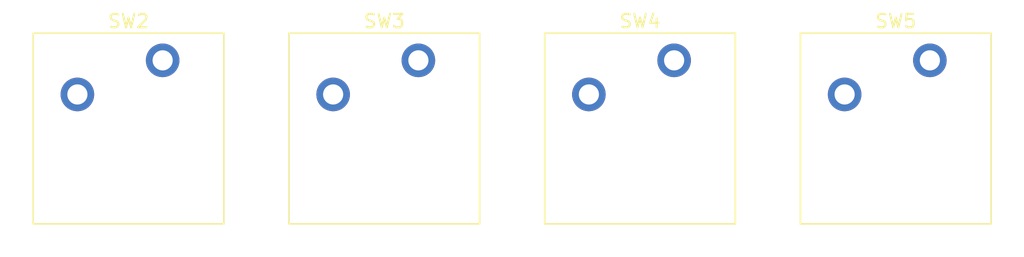
<source format=kicad_pcb>
(kicad_pcb (version 20241229) (generator "pcbnew") (generator_version "9.0")
  (layers (0 "F.Cu" signal) (2 "B.Cu" signal) (13 "F.Paste" user) (15 "B.Paste" user) (5 "F.SilkS" user "F.Silkscreen") (7 "B.SilkS" user "B.Silkscreen") (1 "F.Mask" user) (3 "B.Mask" user) (25 "Edge.Cuts" user))
  (net 0 "")
  (footprint "PCM_Switch_Keyboard_Cherry_MX:SW_Cherry_MX_PCB_1.00u" (layer "F.Cu") (at 111.506 65.024)
    (property "Reference" "SW4" (at 0 -8 0) (layer "F.SilkS"))
    (property "Value" "SW_Push")
    (fp_line (start -7.1 -7.1) (end -7.1 7.1) (stroke (width 0.12)) (layer "F.SilkS"))
    (fp_line (start -7.1 7.1) (end 7.1 7.1) (stroke (width 0.12)) (layer "F.SilkS"))
    (fp_line (start 7.1 -7.1) (end -7.1 -7.1) (stroke (width 0.12)) (layer "F.SilkS"))
    (fp_line (start 7.1 7.1) (end 7.1 -7.1) (stroke (width 0.12)) (layer "F.SilkS"))
    (pad "" np_thru_hole circle (at -5.08 0) (size 1.75 1.75) (drill 1.75) (layers "*.Cu" "*.Mask"))
    (pad "" np_thru_hole circle (at 0 0) (size 4 4) (drill 4) (layers "*.Cu" "*.Mask"))
    (pad "" np_thru_hole circle (at 5.08 0) (size 1.75 1.75) (drill 1.75) (layers "*.Cu" "*.Mask"))
    (pad "1" thru_hole circle (at -3.81 -2.54) (size 2.5 2.5) (drill 1.5) (layers "*.Cu" "*.Mask"))
    (pad "2" thru_hole circle (at 2.54 -5.08) (size 2.5 2.5) (drill 1.5) (layers "*.Cu" "*.Mask"))
  )
  (footprint "PCM_Switch_Keyboard_Cherry_MX:SW_Cherry_MX_PCB_1.00u" (layer "F.Cu") (at 73.406 65.024)
    (property "Reference" "SW2" (at 0 -8 0) (layer "F.SilkS"))
    (property "Value" "SW_Push")
    (fp_line (start -7.1 -7.1) (end -7.1 7.1) (stroke (width 0.12)) (layer "F.SilkS"))
    (fp_line (start -7.1 7.1) (end 7.1 7.1) (stroke (width 0.12)) (layer "F.SilkS"))
    (fp_line (start 7.1 -7.1) (end -7.1 -7.1) (stroke (width 0.12)) (layer "F.SilkS"))
    (fp_line (start 7.1 7.1) (end 7.1 -7.1) (stroke (width 0.12)) (layer "F.SilkS"))
    (pad "" np_thru_hole circle (at -5.08 0) (size 1.75 1.75) (drill 1.75) (layers "*.Cu" "*.Mask"))
    (pad "" np_thru_hole circle (at 0 0) (size 4 4) (drill 4) (layers "*.Cu" "*.Mask"))
    (pad "" np_thru_hole circle (at 5.08 0) (size 1.75 1.75) (drill 1.75) (layers "*.Cu" "*.Mask"))
    (pad "1" thru_hole circle (at -3.81 -2.54) (size 2.5 2.5) (drill 1.5) (layers "*.Cu" "*.Mask"))
    (pad "2" thru_hole circle (at 2.54 -5.08) (size 2.5 2.5) (drill 1.5) (layers "*.Cu" "*.Mask"))
  )
  (footprint "PCM_Switch_Keyboard_Cherry_MX:SW_Cherry_MX_PCB_1.00u" (layer "F.Cu") (at 92.456 65.024)
    (property "Reference" "SW3" (at 0 -8 0) (layer "F.SilkS"))
    (property "Value" "SW_Push")
    (fp_line (start -7.1 -7.1) (end -7.1 7.1) (stroke (width 0.12)) (layer "F.SilkS"))
    (fp_line (start -7.1 7.1) (end 7.1 7.1) (stroke (width 0.12)) (layer "F.SilkS"))
    (fp_line (start 7.1 -7.1) (end -7.1 -7.1) (stroke (width 0.12)) (layer "F.SilkS"))
    (fp_line (start 7.1 7.1) (end 7.1 -7.1) (stroke (width 0.12)) (layer "F.SilkS"))
    (pad "" np_thru_hole circle (at -5.08 0) (size 1.75 1.75) (drill 1.75) (layers "*.Cu" "*.Mask"))
    (pad "" np_thru_hole circle (at 0 0) (size 4 4) (drill 4) (layers "*.Cu" "*.Mask"))
    (pad "" np_thru_hole circle (at 5.08 0) (size 1.75 1.75) (drill 1.75) (layers "*.Cu" "*.Mask"))
    (pad "1" thru_hole circle (at -3.81 -2.54) (size 2.5 2.5) (drill 1.5) (layers "*.Cu" "*.Mask"))
    (pad "2" thru_hole circle (at 2.54 -5.08) (size 2.5 2.5) (drill 1.5) (layers "*.Cu" "*.Mask"))
  )
  (footprint "PCM_Switch_Keyboard_Cherry_MX:SW_Cherry_MX_PCB_1.00u" (layer "F.Cu") (at 130.556 65.024)
    (property "Reference" "SW5" (at 0 -8 0) (layer "F.SilkS"))
    (property "Value" "SW_Push")
    (fp_line (start -7.1 -7.1) (end -7.1 7.1) (stroke (width 0.12)) (layer "F.SilkS"))
    (fp_line (start -7.1 7.1) (end 7.1 7.1) (stroke (width 0.12)) (layer "F.SilkS"))
    (fp_line (start 7.1 -7.1) (end -7.1 -7.1) (stroke (width 0.12)) (layer "F.SilkS"))
    (fp_line (start 7.1 7.1) (end 7.1 -7.1) (stroke (width 0.12)) (layer "F.SilkS"))
    (pad "" np_thru_hole circle (at -5.08 0) (size 1.75 1.75) (drill 1.75) (layers "*.Cu" "*.Mask"))
    (pad "" np_thru_hole circle (at 0 0) (size 4 4) (drill 4) (layers "*.Cu" "*.Mask"))
    (pad "" np_thru_hole circle (at 5.08 0) (size 1.75 1.75) (drill 1.75) (layers "*.Cu" "*.Mask"))
    (pad "1" thru_hole circle (at -3.81 -2.54) (size 2.5 2.5) (drill 1.5) (layers "*.Cu" "*.Mask"))
    (pad "2" thru_hole circle (at 2.54 -5.08) (size 2.5 2.5) (drill 1.5) (layers "*.Cu" "*.Mask"))
  )
)
</source>
